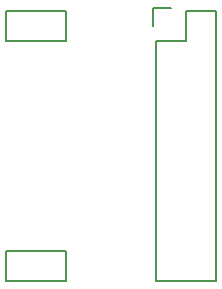
<source format=gto>
G04 #@! TF.FileFunction,Legend,Top*
%FSLAX46Y46*%
G04 Gerber Fmt 4.6, Leading zero omitted, Abs format (unit mm)*
G04 Created by KiCad (PCBNEW 4.0.2-4+6225~38~ubuntu15.10.1-stable) date Sat 19 Mar 2016 20:36:07 GMT*
%MOMM*%
G01*
G04 APERTURE LIST*
%ADD10C,0.100000*%
%ADD11C,0.150000*%
G04 APERTURE END LIST*
D10*
D11*
X133350000Y-102870000D02*
X128270000Y-102870000D01*
X128270000Y-102870000D02*
X128270000Y-100330000D01*
X128270000Y-100330000D02*
X133350000Y-100330000D01*
X133350000Y-100330000D02*
X133350000Y-102870000D01*
X146050000Y-123190000D02*
X146050000Y-100330000D01*
X140970000Y-102870000D02*
X140970000Y-123190000D01*
X146050000Y-123190000D02*
X140970000Y-123190000D01*
X146050000Y-100330000D02*
X143510000Y-100330000D01*
X142240000Y-100050000D02*
X140690000Y-100050000D01*
X143510000Y-100330000D02*
X143510000Y-102870000D01*
X143510000Y-102870000D02*
X140970000Y-102870000D01*
X140690000Y-100050000D02*
X140690000Y-101600000D01*
X133350000Y-123190000D02*
X128270000Y-123190000D01*
X128270000Y-123190000D02*
X128270000Y-120650000D01*
X128270000Y-120650000D02*
X133350000Y-120650000D01*
X133350000Y-120650000D02*
X133350000Y-123190000D01*
M02*

</source>
